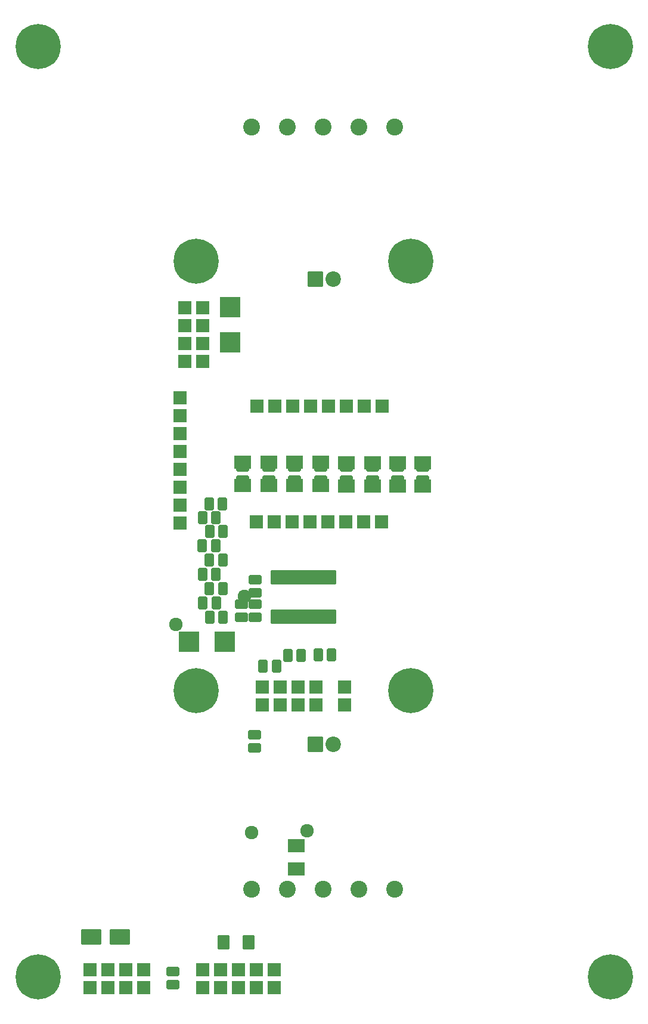
<source format=gbr>
%TF.GenerationSoftware,KiCad,Pcbnew,7.0.7-7.0.7~ubuntu23.04.1*%
%TF.CreationDate,2023-09-17T10:17:03+00:00*%
%TF.ProjectId,LED7SEG01,4c454437-5345-4473-9031-2e6b69636164,rev?*%
%TF.SameCoordinates,Original*%
%TF.FileFunction,Soldermask,Bot*%
%TF.FilePolarity,Negative*%
%FSLAX46Y46*%
G04 Gerber Fmt 4.6, Leading zero omitted, Abs format (unit mm)*
G04 Created by KiCad (PCBNEW 7.0.7-7.0.7~ubuntu23.04.1) date 2023-09-17 10:17:03*
%MOMM*%
%LPD*%
G01*
G04 APERTURE LIST*
G04 Aperture macros list*
%AMRoundRect*
0 Rectangle with rounded corners*
0 $1 Rounding radius*
0 $2 $3 $4 $5 $6 $7 $8 $9 X,Y pos of 4 corners*
0 Add a 4 corners polygon primitive as box body*
4,1,4,$2,$3,$4,$5,$6,$7,$8,$9,$2,$3,0*
0 Add four circle primitives for the rounded corners*
1,1,$1+$1,$2,$3*
1,1,$1+$1,$4,$5*
1,1,$1+$1,$6,$7*
1,1,$1+$1,$8,$9*
0 Add four rect primitives between the rounded corners*
20,1,$1+$1,$2,$3,$4,$5,0*
20,1,$1+$1,$4,$5,$6,$7,0*
20,1,$1+$1,$6,$7,$8,$9,0*
20,1,$1+$1,$8,$9,$2,$3,0*%
G04 Aperture macros list end*
%ADD10RoundRect,0.200000X0.762000X-0.762000X0.762000X0.762000X-0.762000X0.762000X-0.762000X-0.762000X0*%
%ADD11C,6.400000*%
%ADD12RoundRect,0.200000X-0.762000X-0.762000X0.762000X-0.762000X0.762000X0.762000X-0.762000X0.762000X0*%
%ADD13RoundRect,0.200000X0.900000X0.900000X-0.900000X0.900000X-0.900000X-0.900000X0.900000X-0.900000X0*%
%ADD14C,2.200000*%
%ADD15C,2.400000*%
%ADD16C,1.924000*%
%ADD17RoundRect,0.200000X0.698500X-0.444500X0.698500X0.444500X-0.698500X0.444500X-0.698500X-0.444500X0*%
%ADD18RoundRect,0.200000X1.275080X1.249680X-1.275080X1.249680X-1.275080X-1.249680X1.275080X-1.249680X0*%
%ADD19RoundRect,0.200000X1.249680X-1.275080X1.249680X1.275080X-1.249680X1.275080X-1.249680X-1.275080X0*%
%ADD20RoundRect,0.200000X-0.650240X-0.849630X0.650240X-0.849630X0.650240X0.849630X-0.650240X0.849630X0*%
%ADD21RoundRect,0.200000X1.249680X0.900430X-1.249680X0.900430X-1.249680X-0.900430X1.249680X-0.900430X0*%
%ADD22RoundRect,0.200000X0.444500X0.698500X-0.444500X0.698500X-0.444500X-0.698500X0.444500X-0.698500X0*%
%ADD23RoundRect,0.200000X-0.444500X-0.698500X0.444500X-0.698500X0.444500X0.698500X-0.444500X0.698500X0*%
%ADD24RoundRect,0.200000X-0.698500X0.444500X-0.698500X-0.444500X0.698500X-0.444500X0.698500X0.444500X0*%
%ADD25RoundRect,0.200000X0.225000X0.800000X-0.225000X0.800000X-0.225000X-0.800000X0.225000X-0.800000X0*%
%ADD26RoundRect,0.200000X-0.225000X-0.800000X0.225000X-0.800000X0.225000X0.800000X-0.225000X0.800000X0*%
%ADD27RoundRect,0.200000X-1.016000X0.762000X-1.016000X-0.762000X1.016000X-0.762000X1.016000X0.762000X0*%
%ADD28RoundRect,0.200000X1.016000X-0.762000X1.016000X0.762000X-1.016000X0.762000X-1.016000X-0.762000X0*%
G04 APERTURE END LIST*
D10*
%TO.C,J1*%
X12496800Y3606800D03*
X12496800Y6146800D03*
X15036800Y3606800D03*
X15036800Y6146800D03*
X17576800Y3606800D03*
X17576800Y6146800D03*
X20116800Y3606800D03*
X20116800Y6146800D03*
%TD*%
%TO.C,J5*%
X33578800Y3606800D03*
X33578800Y6146800D03*
%TD*%
%TO.C,J6*%
X36982400Y43688000D03*
X36982400Y46228000D03*
%TD*%
%TO.C,J7*%
X36068000Y3606800D03*
X36068000Y6146800D03*
%TD*%
%TO.C,J8*%
X38608000Y3606800D03*
X38608000Y6146800D03*
%TD*%
%TO.C,J9*%
X28498800Y3606800D03*
X28498800Y6146800D03*
%TD*%
D11*
%TO.C,M1*%
X5080000Y137160000D03*
%TD*%
%TO.C,M3*%
X27526800Y106704000D03*
%TD*%
%TO.C,M5*%
X86360000Y5080000D03*
%TD*%
%TO.C,M6*%
X27526800Y45744000D03*
%TD*%
%TO.C,M7*%
X58006800Y106704000D03*
%TD*%
%TO.C,M8*%
X86360000Y137160000D03*
%TD*%
%TO.C,M9*%
X58006800Y45744000D03*
%TD*%
%TO.C,M10*%
X5080000Y5080000D03*
%TD*%
D12*
%TO.C,J11*%
X36118800Y69697600D03*
%TD*%
%TO.C,J12*%
X38658800Y69697600D03*
%TD*%
%TO.C,J13*%
X41198800Y69697600D03*
%TD*%
%TO.C,J14*%
X43738800Y69697600D03*
%TD*%
%TO.C,J15*%
X46278800Y69697600D03*
%TD*%
%TO.C,J16*%
X48818800Y69697600D03*
%TD*%
%TO.C,J17*%
X51358800Y69697600D03*
%TD*%
%TO.C,J18*%
X53898800Y69697600D03*
%TD*%
%TO.C,J19*%
X36169600Y86156800D03*
%TD*%
%TO.C,J20*%
X38709600Y86156800D03*
%TD*%
%TO.C,J21*%
X41249600Y86156800D03*
%TD*%
%TO.C,J22*%
X48869600Y86156800D03*
%TD*%
%TO.C,J23*%
X43789600Y86156800D03*
%TD*%
%TO.C,J24*%
X51409600Y86156800D03*
%TD*%
%TO.C,J25*%
X46329600Y86156800D03*
%TD*%
%TO.C,J26*%
X53949600Y86156800D03*
%TD*%
%TO.C,J27*%
X25908000Y100126800D03*
X28448000Y100126800D03*
X25908000Y97586800D03*
X28448000Y97586800D03*
X25908000Y95046800D03*
X28448000Y95046800D03*
X25908000Y92506800D03*
X28448000Y92506800D03*
%TD*%
D10*
%TO.C,J28*%
X39522400Y43688000D03*
X39522400Y46228000D03*
%TD*%
%TO.C,J29*%
X31038800Y3606800D03*
X31038800Y6146800D03*
%TD*%
%TO.C,J30*%
X42062400Y43688000D03*
X42062400Y46228000D03*
%TD*%
%TO.C,J31*%
X44602400Y43688000D03*
X44602400Y46228000D03*
%TD*%
%TO.C,J36*%
X48666400Y43688000D03*
X48666400Y46228000D03*
%TD*%
D12*
%TO.C,J37*%
X25298400Y87325200D03*
%TD*%
%TO.C,J38*%
X25298400Y79705200D03*
%TD*%
%TO.C,J39*%
X25298400Y84785200D03*
%TD*%
%TO.C,J40*%
X25298400Y82245200D03*
%TD*%
%TO.C,J41*%
X25298400Y74625200D03*
%TD*%
%TO.C,J42*%
X25298400Y77165200D03*
%TD*%
%TO.C,J43*%
X25298400Y72085200D03*
%TD*%
%TO.C,J44*%
X25298400Y69545200D03*
%TD*%
D13*
%TO.C,D3*%
X44450000Y38100000D03*
D14*
X46990000Y38100000D03*
%TD*%
D13*
%TO.C,D4*%
X44450000Y104140000D03*
D14*
X46990000Y104140000D03*
%TD*%
D15*
%TO.C,AFF1*%
X35458400Y17576800D03*
X40538400Y17576800D03*
X45618400Y17576800D03*
X50698400Y17576800D03*
X55778400Y17576800D03*
X55778400Y125776800D03*
X50698400Y125776800D03*
X45618400Y125776800D03*
X40538400Y125776800D03*
X35458400Y125776800D03*
%TD*%
D16*
%TO.C,REF\u002A\u002A*%
X43281600Y25857200D03*
%TD*%
%TO.C,REF\u002A\u002A*%
X35458400Y25603200D03*
%TD*%
%TO.C,J2*%
X24638000Y55118000D03*
%TD*%
%TO.C,J3*%
X34391600Y59131200D03*
%TD*%
D17*
%TO.C,C1*%
X33985200Y56146700D03*
X33985200Y58051700D03*
%TD*%
D18*
%TO.C,C2*%
X31567120Y52730400D03*
X26517600Y52730400D03*
%TD*%
D19*
%TO.C,C3*%
X32359600Y95163640D03*
X32359600Y100213160D03*
%TD*%
D17*
%TO.C,C4*%
X35966400Y56146700D03*
X35966400Y58051700D03*
%TD*%
D20*
%TO.C,D1*%
X31473140Y10058400D03*
X34973260Y10058400D03*
%TD*%
D21*
%TO.C,D2*%
X12682220Y10820400D03*
X16680180Y10820400D03*
%TD*%
D22*
%TO.C,R1*%
X30378400Y62230000D03*
X28473400Y62230000D03*
%TD*%
%TO.C,R2*%
X30327600Y66294000D03*
X28422600Y66294000D03*
%TD*%
%TO.C,R3*%
X30365700Y70307200D03*
X28460700Y70307200D03*
%TD*%
%TO.C,R4*%
X38950900Y49225200D03*
X37045900Y49225200D03*
%TD*%
D23*
%TO.C,R5*%
X44881800Y50800000D03*
X46786800Y50800000D03*
%TD*%
%TO.C,R6*%
X40551100Y50749200D03*
X42456100Y50749200D03*
%TD*%
D24*
%TO.C,R7*%
X34137600Y77520800D03*
X34137600Y75615800D03*
%TD*%
%TO.C,R8*%
X37896800Y77508100D03*
X37896800Y75603100D03*
%TD*%
%TO.C,R9*%
X41554400Y77508100D03*
X41554400Y75603100D03*
%TD*%
%TO.C,R10*%
X52628800Y77508100D03*
X52628800Y75603100D03*
%TD*%
%TO.C,R11*%
X45262800Y77508100D03*
X45262800Y75603100D03*
%TD*%
%TO.C,R12*%
X56134000Y77508100D03*
X56134000Y75603100D03*
%TD*%
%TO.C,R13*%
X48920400Y77508100D03*
X48920400Y75603100D03*
%TD*%
%TO.C,R14*%
X59740800Y77508100D03*
X59740800Y75603100D03*
%TD*%
D25*
%TO.C,U1*%
X38549580Y61828680D03*
X39199820Y61828680D03*
X39850060Y61828680D03*
X40500300Y61828680D03*
X41150540Y61828680D03*
X41800780Y61828680D03*
X42451020Y61828680D03*
X43096180Y61828680D03*
X43746420Y61828680D03*
X44396660Y61828680D03*
X45046900Y61828680D03*
X45697140Y61828680D03*
X46347380Y61828680D03*
X46997620Y61828680D03*
D26*
X46997620Y56230520D03*
X46347380Y56230520D03*
X45697140Y56230520D03*
X45046900Y56230520D03*
X44396660Y56230520D03*
X43746420Y56230520D03*
X43096180Y56230520D03*
X42451020Y56230520D03*
X41800780Y56230520D03*
X41150540Y56230520D03*
X40500300Y56230520D03*
X39850060Y56230520D03*
X39199820Y56230520D03*
X38549580Y56230520D03*
%TD*%
D24*
%TO.C,R23*%
X35864800Y39509700D03*
X35864800Y37604700D03*
%TD*%
D23*
%TO.C,R25*%
X29425900Y64262000D03*
X31330900Y64262000D03*
%TD*%
%TO.C,R26*%
X29476700Y68326000D03*
X31381700Y68326000D03*
%TD*%
%TO.C,R27*%
X29375100Y72288400D03*
X31280100Y72288400D03*
%TD*%
%TO.C,R28*%
X29425900Y60198000D03*
X31330900Y60198000D03*
%TD*%
D22*
%TO.C,R29*%
X30416500Y58216800D03*
X28511500Y58216800D03*
%TD*%
D23*
%TO.C,R30*%
X29476700Y56184800D03*
X31381700Y56184800D03*
%TD*%
D24*
%TO.C,R31*%
X35966400Y61506100D03*
X35966400Y59601100D03*
%TD*%
%TO.C,R32*%
X24231600Y5880100D03*
X24231600Y3975100D03*
%TD*%
D27*
%TO.C,R15*%
X34137600Y78155800D03*
X34137600Y74853800D03*
%TD*%
%TO.C,R16*%
X37896800Y78155800D03*
X37896800Y74853800D03*
%TD*%
%TO.C,R17*%
X41554400Y78155800D03*
X41554400Y74853800D03*
%TD*%
%TO.C,R18*%
X52628800Y78054200D03*
X52628800Y74752200D03*
%TD*%
%TO.C,R19*%
X45262800Y78155800D03*
X45262800Y74853800D03*
%TD*%
%TO.C,R20*%
X56134000Y78054200D03*
X56134000Y74752200D03*
%TD*%
%TO.C,R21*%
X48920400Y78054200D03*
X48920400Y74752200D03*
%TD*%
%TO.C,R22*%
X59740800Y78054200D03*
X59740800Y74752200D03*
%TD*%
D28*
%TO.C,R24*%
X41757600Y20447000D03*
X41757600Y23749000D03*
%TD*%
M02*

</source>
